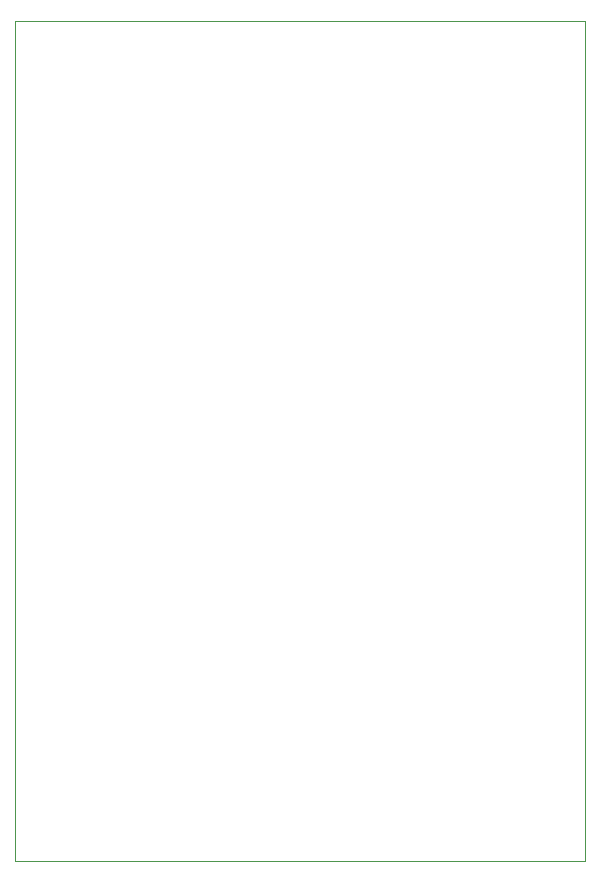
<source format=gbr>
%TF.GenerationSoftware,KiCad,Pcbnew,6.0.11+dfsg-1~bpo11+1*%
%TF.CreationDate,2023-11-19T23:21:45+01:00*%
%TF.ProjectId,lux106_002,6c757831-3036-45f3-9030-322e6b696361,rev?*%
%TF.SameCoordinates,Original*%
%TF.FileFunction,Profile,NP*%
%FSLAX46Y46*%
G04 Gerber Fmt 4.6, Leading zero omitted, Abs format (unit mm)*
G04 Created by KiCad (PCBNEW 6.0.11+dfsg-1~bpo11+1) date 2023-11-19 23:21:45*
%MOMM*%
%LPD*%
G01*
G04 APERTURE LIST*
%TA.AperFunction,Profile*%
%ADD10C,0.100000*%
%TD*%
G04 APERTURE END LIST*
D10*
X73660000Y-58420000D02*
X121920000Y-58420000D01*
X121920000Y-58420000D02*
X121920000Y-129540000D01*
X121920000Y-129540000D02*
X73660000Y-129540000D01*
X73660000Y-129540000D02*
X73660000Y-58420000D01*
M02*

</source>
